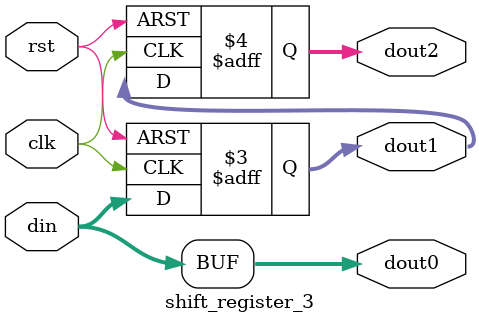
<source format=v>
`timescale 1ns / 1ps
module shift_register_3(clk, din, rst, dout0, dout1, dout2);//, dout3, dout4);
    input [7:0] din;
    input rst;
	 input clk;
	 output [7:0] dout0;
    output [7:0] dout1;
    output [7:0] dout2;
//    output [7:0] dout3;
//	 output [7:0] dout4;

	 wire[7:0] dout0;
	 reg[7:0] dout1;
	 reg[7:0] dout2;
//	 reg[7:0] dout3;
//	 reg[7:0] dout4;

	 always@(posedge clk or negedge rst)
	 begin
	 	if(!rst)
		begin
			dout1<=8'bzzzzzzzz;
			dout2<=8'bzzzzzzzz;
//			dout3<=8'bzzzzzzzz;
//			dout4<=8'bzzzzzzzz;
		end
		else
		begin
			dout1<=din;
			dout2<=dout1;
//			dout3<=dout2;
//			dout4<=dout3;
		end
	 end

	 assign dout0=din;

endmodule

</source>
